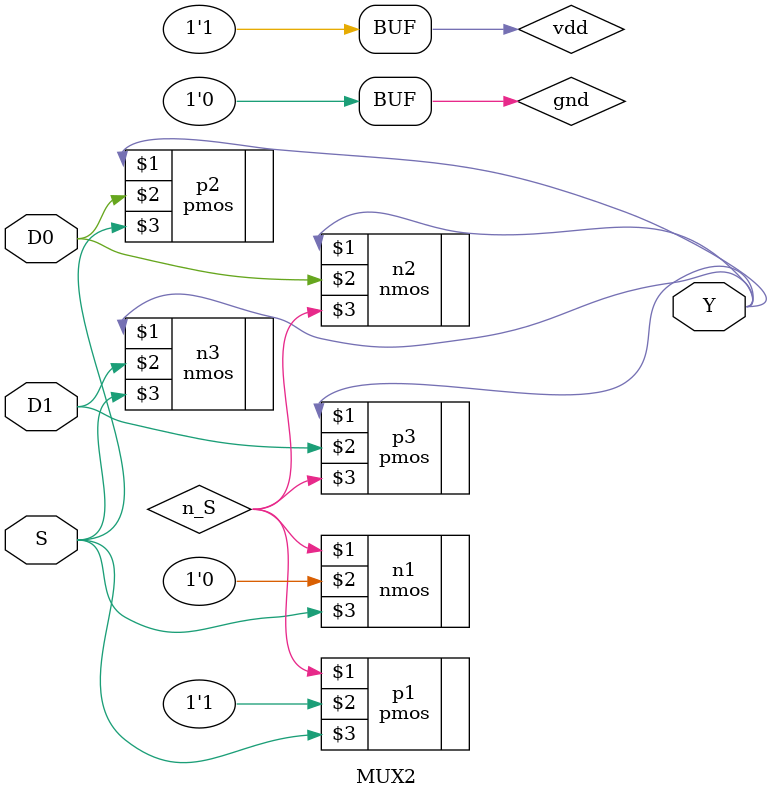
<source format=sv>
module MUX2 (
    output wire     Y,
    input wire      D0,
    input wire      D1,
    input wire      S
);

    wire    n_S;
    supply1 vdd;
    supply0 gnd;

    // S_BAR
    pmos    p1(n_S, vdd, S);
    nmos    n1(n_S, gnd, S);

    // Transmission Gate Mux
    pmos    p2(Y, D0, S);
    nmos    n2(Y, D0, n_S);

    pmos    p3(Y, D1, n_S);
    nmos    n3(Y, D1, S);

endmodule

</source>
